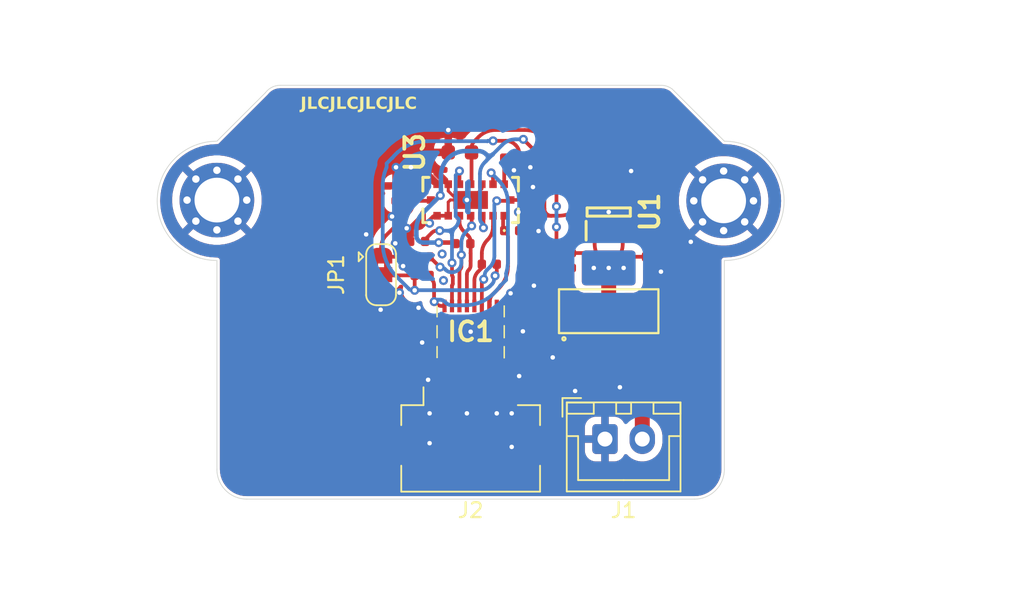
<source format=kicad_pcb>
(kicad_pcb (version 20241229) (generator "pcbnew") (generator_version "9.0")
  (layers (0 "F.Cu" signal) (4 "In1.Cu" signal) (6 "In2.Cu" signal) (2 "B.Cu" signal) (13 "F.Paste" user) (15 "B.Paste" user) (5 "F.SilkS" user "F.Silkscreen") (7 "B.SilkS" user "B.Silkscreen") (1 "F.Mask" user) (3 "B.Mask" user) (25 "Edge.Cuts" user))
  (net 0 "")
  (net 1 "GND")
  (net 2 "+1.8V")
  (net 3 "+3V3")
  (net 4 "+5V")
  (net 5 "+Logic_VIN")
  (net 6 "Net-(IC1-B7)")
  (net 7 "Net-(IC1-B6)")
  (net 8 "Net-(IC1-B4)")
  (net 9 "Net-(IC1-B2)")
  (net 10 "Net-(IC1-B5)")
  (net 11 "Net-(IC1-B3)")
  (net 12 "Net-(IC1-B8)")
  (net 13 "Net-(JP1-C)")
  (net 14 "/XSHUT_1.8V")
  (net 15 "/NCS_1.8V")
  (net 16 "/CLK_1.8V")
  (net 17 "/INT2_1.8V")
  (net 18 "/SYNC_1.8V")
  (net 19 "/MOSI_1.8V")
  (net 20 "/MISO_1.8V")
  (net 21 "Net-(U3-SPI_I2C_N)")
  (net 23 "unconnected-(IC1-B1-Pad20)")
  (footprint "PCM_JLCPCB:R_0402" (layer "F.Cu") (at 127.45 52.47 180)
    (property "Reference" "R9" (hide yes))
    (property "Value" "47kΩ" (hide yes))
  )
  (footprint "PCM_JLCPCB:C_0402" (layer "F.Cu") (at 144.25 59 90)
    (property "Reference" "C1" (hide yes))
    (property "Value" "1uF")
  )
  (footprint "PCM_JLCPCB:R_0402" (layer "F.Cu") (at 130.48 52.62)
    (property "Reference" "R1" (hide yes))
    (property "Value" "2.2kΩ" (hide yes))
  )
  (footprint "SwiftModules:SN74LVC541ARGYR" (layer "F.Cu") (at 131 58.525 180)
    (property "Reference" "IC1")
    (property "Value" "TXB0108RGYR" (hide yes))
  )
  (footprint "Connector_JST:JST_XH_B2B-XH-A_1x02_P2.50mm_Vertical" (layer "F.Cu") (at 140 65.725)
    (property "Reference" "J1")
    (property "Value" "5V_In")
  )
  (footprint "PCM_JLCPCB:R_0402" (layer "F.Cu") (at 127.75 53.5)
    (property "Reference" "R2" (hide yes))
    (property "Value" "2.2kΩ" (hide yes))
  )
  (footprint "Jumper:SolderJumper-3_P1.3mm_Bridged2Bar12_RoundedPad1.0x1.5mm" (layer "F.Cu") (at 125 54.7 -90)
    (property "Reference" "JP1")
    (property "Value" "SolderJumper_3_Bridged12")
  )
  (footprint "PCM_JLCPCB:R_0402" (layer "F.Cu") (at 127.75 54.75)
    (property "Reference" "R5" (hide yes))
    (property "Value" "47kΩ" (hide yes))
  )
  (footprint "SwiftModules:SOT94P279X130-5N" (layer "F.Cu") (at 140.25 50.5 90)
    (property "Reference" "U1")
    (property "Value" "RT9013-18GB" (hide yes))
  )
  (footprint "PCM_JLCPCB:C_0402" (layer "F.Cu") (at 126 49.25 90)
    (property "Reference" "C7" (hide yes))
    (property "Value" "100nF")
  )
  (footprint "PCM_JLCPCB:C_0402" (layer "F.Cu") (at 126.750002 58.5 90)
    (property "Reference" "C9" (hide yes))
    (property "Value" "100nF")
  )
  (footprint "PCM_JLCPCB:C_0603" (layer "F.Cu") (at 130.279999 46.5 180)
    (property "Reference" "C6" (hide yes))
    (property "Value" "4.7uF")
  )
  (footprint "PCM_JLCPCB:SOT-223-3_L6.5-W3.4-P2.30-LS7.0-BR" (layer "F.Cu") (at 140.250001 57.25 -90)
    (property "Reference" "U2" (hide yes))
    (property "Value" "AMS1117")
  )
  (footprint "PCM_JLCPCB:C_0402" (layer "F.Cu") (at 140 47.75)
    (property "Reference" "C5" (hide yes))
    (property "Value" "1uF")
  )
  (footprint "PCM_JLCPCB:R_0402" (layer "F.Cu") (at 134.999999 50.25 90)
    (property "Reference" "R8" (hide yes))
    (property "Value" "47kΩ" (hide yes))
  )
  (footprint "PCM_JLCPCB:C_0603" (layer "F.Cu") (at 143.75 52.5)
    (property "Reference" "C3" (hide yes))
    (property "Value" "10uF")
  )
  (footprint "PCM_JLCPCB:C_0402" (layer "F.Cu") (at 127.1 49.25 90)
    (property "Reference" "C8" (hide yes))
    (property "Value" "100nF")
  )
  (footprint "PCM_JLCPCB:C_0402" (layer "F.Cu") (at 137.75 53.75 -90)
    (property "Reference" "C2" (hide yes))
    (property "Value" "1uF")
  )
  (footprint "PCM_JLCPCB:C_0402" (layer "F.Cu") (at 135.25 60.25 -90)
    (property "Reference" "C10" (hide yes))
    (property "Value" "100nF")
  )
  (footprint "PCM_JLCPCB:R_0402" (layer "F.Cu") (at 133.750001 46.884 180)
    (property "Reference" "R4" (hide yes))
    (property "Value" "47kΩ" (hide yes))
  )
  (footprint "PCM_JLCPCB:R_0402" (layer "F.Cu") (at 133.75 51.75 180)
    (property "Reference" "R7" (hide yes))
    (property "Value" "47kΩ" (hide yes))
  )
  (footprint "PCM_JLCPCB:Hole, 3mm" (layer "F.Cu") (at 114 49.7)
    (property "Reference" "H2" (hide yes))
    (property "Value" "~" (hide yes))
  )
  (footprint "PCM_JLCPCB:Part_Num_JLCPCB" (layer "F.Cu") (at 123.5 43.25)
    (property "Reference" "PN1" (hide yes))
    (property "Value" "~" (hide yes))
  )
  (footprint "SwiftModules:VL53L8CXV0GC1" (layer "F.Cu") (at 131 49.692 90)
    (property "Reference" "U3")
    (property "Value" "VL53L8CXV0GC_1" (hide yes))
  )
  (footprint "PCM_JLCPCB:R_0402" (layer "F.Cu") (at 132.25 54 180)
    (property "Reference" "R3" (hide yes))
    (property "Value" "47kΩ" (hide yes))
  )
  (footprint "PCM_JLCPCB:C_0402" (layer "F.Cu") (at 143.25 53.5)
    (property "Reference" "C4" (hide yes))
    (property "Value" "100nF")
  )
  (footprint "PCM_JLCPCB:Hole, 3mm" (layer "F.Cu") (at 147.95 49.75)
    (property "Reference" "H1" (hide yes))
    (property "Value" "~" (hide yes))
  )
  (footprint "Connector_FFC-FPC:Hirose_FH12-12S-0.5SH_1x12-1MP_P0.50mm_Horizontal" (layer "F.Cu") (at 131 64.75)
    (property "Reference" "J2")
    (property "Value" "Conn_01x12_MountingPin")
  )
  (gr_arc (start 143.75 42) (mid 144.145285 42.064146) (end 144.5 42.25) (stroke (width 0.05)) (layer "Edge.Cuts"))
  (gr_arc (start 148 67.75) (mid 147.414214 69.164214) (end 146 69.75) (stroke (width 0.05)) (layer "Edge.Cuts"))
  (gr_line (start 114 53.75) (end 114 67.75) (stroke (width 0.05)) (layer "Edge.Cuts"))
  (gr_line (start 146 69.75) (end 116 69.75) (stroke (width 0.05)) (layer "Edge.Cuts"))
  (gr_arc (start 148 45.75) (mid 152 49.75) (end 148 53.75) (stroke (width 0.05)) (layer "Edge.Cuts"))
  (gr_line (start 148 45.75) (end 144.5 42.25) (stroke (width 0.05)) (layer "Edge.Cuts"))
  (gr_arc (start 117.25 42.5) (mid 117.690983 42.131966) (end 118.25 42) (stroke (width 0.05)) (layer "Edge.Cuts"))
  (gr_line (start 148 53.75) (end 148 67.75) (stroke (width 0.05)) (layer "Edge.Cuts"))
  (gr_arc (start 114 53.75) (mid 110 49.75) (end 114 45.75) (stroke (width 0.05)) (layer "Edge.Cuts"))
  (gr_line (start 114 45.75) (end 117.250001 42.499999) (stroke (width 0.05)) (layer "Edge.Cuts"))
  (gr_line (start 118.25 42) (end 143.75 42) (stroke (width 0.05)) (layer "Edge.Cuts"))
  (gr_arc (start 116 69.75) (mid 114.585786 69.164214) (end 114 67.75) (stroke (width 0.05)) (layer "Edge.Cuts"))
  (segment (start 134.25 61.5) (end 134 61.75) (width 0.2) (layer "F.Cu") (net 1))
  (segment (start 129.642 49.692) (end 129.5 49.834) (width 0.2) (layer "F.Cu") (net 1))
  (segment (start 129.5 49.0915) (end 130.1005 49.692) (width 0.2) (layer "F.Cu") (net 1))
  (segment (start 133.841161 61.758838) (end 133.8 61.8) (width 0.2) (layer "F.Cu") (net 1))
  (segment (start 133.75 61.92071) (end 133.75 62.9) (width 0.2) (layer "F.Cu") (net 1))
  (segment (start 132.75 64) (end 132.75 62.9) (width 0.25) (layer "F.Cu") (net 1))
  (segment (start 128.858058 50.75) (end 129.5 50.75) (width 0.25) (layer "F.Cu") (net 1))
  (segment (start 128.25 64) (end 128.25 62.9) (width 0.2) (layer "F.Cu") (net 1))
  (segment (start 131 49.692) (end 129.642 49.692) (width 0.2) (layer "F.Cu") (net 1))
  (segment (start 140.25 51.75) (end 140.25 50.5) (width 0.2) (layer "F.Cu") (net 1))
  (segment (start 131.75 48.942) (end 131 49.692) (width 0.2) (layer "F.Cu") (net 1))
  (segment (start 134 61.75) (end 133.8625 61.75) (width 0.2) (layer "F.Cu") (net 1))
  (segment (start 133.75 64) (end 133.75 62.9) (width 0.2) (layer "F.Cu") (net 1))
  (segment (start 129.5 49.834) (end 129.5 50.75) (width 0.2) (layer "F.Cu") (net 1))
  (segment (start 128.641942 50.75) (end 128.858058 50.75) (width 0.25) (layer "F.Cu") (net 1))
  (segment (start 130.75 49.692) (end 131 49.692) (width 0.2) (layer "F.Cu") (net 1))
  (segment (start 130.1005 49.692) (end 130.75 49.692) (width 0.2) (layer "F.Cu") (net 1))
  (segment (start 131.75 48.634) (end 131.75 48.942) (width 0.2) (layer "F.Cu") (net 1))
  (segment (start 129.5 48.634) (end 129.5 49.0915) (width 0.2) (layer "F.Cu") (net 1))
  (segment (start 128.2 61.8) (end 128.15 61.75) (width 0.2) (layer "F.Cu") (net 1))
  (segment (start 133.8625 61.75) (end 133.841161 61.758838) (width 0.2) (layer "F.Cu") (net 1))
  (segment (start 128.25 51.25) (end 128.25 51.033883) (width 0.25) (layer "F.Cu") (net 1))
  (segment (start 130.75 64) (end 130.75 62.9) (width 0.2) (layer "F.Cu") (net 1))
  (segment (start 128.25 61.92071) (end 128.25 62.9) (width 0.2) (layer "F.Cu") (net 1))
  (segment (start 128.25 51.033883) (end 128.457475 50.826408) (width 0.25) (layer "F.Cu") (net 1))
  (via (at 133.675 55.95) (size 0.6) (drill 0.3) (layers "F.Cu" "B.Cu") (net 1))
  (via (at 128.25 51.25) (size 0.6) (drill 0.3) (layers "F.Cu" "B.Cu") (net 1))
  (via (at 126.475 54.125) (size 0.6) (drill 0.3) (layers "F.Cu" "B.Cu") (net 1))
  (via (at 136.5 60.25) (size 0.6) (drill 0.3) (layers "F.Cu" "B.Cu") (net 1))
  (via (at 125.735 50.8) (size 0.6) (drill 0.3) (layers "F.Cu" "B.Cu") (net 1))
  (via (at 132.75 64) (size 0.6) (drill 0.3) (layers "F.Cu" "B.Cu") (net 1))
  (via (at 135.23916 55.43885) (size 0.6) (drill 0.3) (layers "F.Cu" "B.Cu") (net 1))
  (via (at 130.75 64) (size 0.6) (drill 0.3) (layers "F.Cu" "B.Cu") (net 1))
  (via (at 128.15 61.75) (size 0.6) (drill 0.3) (layers "F.Cu" "B.Cu") (net 1))
  (via (at 129.5 45) (size 0.6) (drill 0.3) (layers "F.Cu" "B.Cu") (net 1))
  (via (at 141.75 47.75) (size 0.6) (drill 0.3) (layers "F.Cu" "B.Cu") (net 1))
  (via (at 124 52) (size 0.6) (drill 0.3) (layers "F.Cu" "B.Cu") (net 1))
  (via (at 134.25 61.5) (size 0.6) (drill 0.3) (layers "F.Cu" "B.Cu") (net 1))
  (via (at 135.55 51.775) (size 0.6) (drill 0.3) (layers "F.Cu" "B.Cu") (net 1))
  (via (at 135.175 48.825) (size 0.6) (drill 0.3) (layers "F.Cu" "B.Cu") (net 1))
  (via (at 127.75 59.25) (size 0.6) (drill 0.3) (layers "F.Cu" "B.Cu") (net 1))
  (via (at 127 47.5) (size 0.6) (drill 0.3) (layers "F.Cu" "B.Cu") (net 1))
  (via (at 138 62.5) (size 0.6) (drill 0.3) (layers "F.Cu" "B.Cu") (net 1))
  (via (at 133.9 47.7) (size 0.6) (drill 0.3) (layers "F.Cu" "B.Cu") (net 1))
  (via (at 126.715942 51.588239) (size 0.6) (drill 0.3) (layers "F.Cu" "B.Cu") (net 1))
  (via (at 130.75 49.692) (size 0.6) (drill 0.3) (layers "F.Cu" "B.Cu") (net 1))
  (via (at 126 47.5) (size 0.6) (drill 0.3) (layers "F.Cu" "B.Cu") (net 1))
  (via (at 128.25 64) (size 0.6) (drill 0.3) (layers "F.Cu" "B.Cu") (net 1))
  (via (at 126.23 55.91) (size 0.6) (drill 0.3) (layers "F.Cu" "B.Cu") (net 1))
  (via (at 133.75 66.25) (size 0.6) (drill 0.3) (layers "F.Cu" "B.Cu") (net 1))
  (via (at 134.199368 50.499876) (size 0.6) (drill 0.3) (layers "F.Cu" "B.Cu") (net 1))
  (via (at 141 62.25) (size 0.6) (drill 0.3) (layers "F.Cu" "B.Cu") (net 1))
  (via (at 128.25 66) (size 0.6) (drill 0.3) (layers "F.Cu" "B.Cu") (net 1))
  (via (at 124.97 57.05) (size 0.6) (drill 0.3) (layers "F.Cu" "B.Cu") (net 1))
  (via (at 143.75 54.5) (size 0.6) (drill 0.3) (layers "F.Cu" "B.Cu") (net 1))
  (via (at 145.75 52.5) (size 0.6) (drill 0.3) (layers "F.Cu" "B.Cu") (net 1))
  (via (at 134.5 58.5) (size 0.6) (drill 0.3) (layers "F.Cu" "B.Cu") (net 1))
  (via (at 127.51 56.92) (size 0.6) (drill 0.3) (layers "F.Cu" "B.Cu") (net 1))
  (via (at 125.95 52.6) (size 0.6) (drill 0.3) (layers "F.Cu" "B.Cu") (net 1))
  (via (at 133.75 64) (size 0.6) (drill 0.3) (layers "F.Cu" "B.Cu") (net 1))
  (via (at 131 58.525) (size 0.6) (drill 0.3) (layers "F.Cu" "B.Cu") (net 1))
  (via (at 129.090936 53.313896) (size 0.6) (drill 0.3) (layers "F.Cu" "B.Cu") (net 1))
  (via (at 129.18 55.09) (size 0.6) (drill 0.3) (layers "F.Cu" "B.Cu") (net 1))
  (via (at 135 47.5) (size 0.6) (drill 0.3) (layers "F.Cu" "B.Cu") (net 1))
  (via (at 140.25 50.5) (size 0.6) (drill 0.3) (layers "F.Cu" "B.Cu") (net 1))
  (arc (start 133.8 61.8) (mid 133.762994 61.855382) (end 133.75 61.92071) (width 0.2) (layer "F.Cu") (net 1))
  (arc (start 128.2 61.8) (mid 128.237005 61.855382) (end 128.25 61.92071) (width 0.2) (layer "F.Cu") (net 1))
  (arc (start 128.457475 50.826408) (mid 128.542109 50.769857) (end 128.641942 50.75) (width 0.25) (layer "F.Cu") (net 1))
  (segment (start 126.750004 58) (end 125.383883 58) (width 0.25) (layer "F.Cu") (net 2))
  (segment (start 126.905542 50.494456) (end 126.368176 51.031823) (width 0.25) (layer "F.Cu") (net 2))
  (segment (start 128.6625 57.8875) (end 128.775 57.775) (width 0.25) (layer "F.Cu") (net 2))
  (segment (start 128.862634 52.547161) (end 129.653732 52.547161) (width 0.3) (layer "F.Cu") (net 2))
  (segment (start 125.966823 51.433176) (end 125.353553 52.046446) (width 0.25) (layer "F.Cu") (net 2))
  (segment (start 134.53 45.625) (end 135.235 46.33) (width 0.25) (layer "F.Cu") (net 2))
  (segment (start 134.525 55.605025) (end 134.525 52.219452) (width 0.25) (layer "F.Cu") (net 2))
  (segment (start 123.25 55.866116) (end 123.25 54.85104) (width 0.25) (layer "F.Cu") (net 2))
  (segment (start 135.94 50.28) (end 135.94 48.03202) (width 0.25) (layer "F.Cu") (net 2))
  (segment (start 123.674999 53.824999) (end 123.781801 53.718198) (width 0.25) (layer "F.Cu") (net 2))
  (segment (start 131.857218 51.557431) (end 131.857218 50.933032) (width 0.25) (layer "F.Cu") (net 2))
  (segment (start 131.803609 50.803609) (end 131.75 50.75) (width 0.25) (layer "F.Cu") (net 2))
  (segment (start 139.5 48.925649) (end 139.5 47.75) (width 0.25) (layer "F.Cu") (net 2))
  (segment (start 127.099998 49.75) (end 125.999998 49.75) (width 0.25) (layer "F.Cu") (net 2))
  (segment (start 127.099998 50.025001) (end 127.099998 49.75) (width 0.25) (layer "F.Cu") (net 2))
  (segment (start 128.966409 49.391502) (end 128.616669 49.741241) (width 0.3) (layer "F.Cu") (net 2))
  (segment (start 136.41 50.75) (end 136.875 50.75) (width 0.25) (layer "F.Cu") (net 2))
  (segment (start 134.338387 51.838385) (end 134.3875 51.887498) (width 0.25) (layer "F.Cu") (net 2))
  (segment (start 126.001474 51.418823) (end 126.353823 51.066474) (width 0.25) (layer "F.Cu") (net 2))
  (segment (start 127.099998 49.75) (end 128.232987 49.75) (width 0.25) (layer "F.Cu") (net 2))
  (segment (start 125 53.329289) (end 125 52.9) (width 0.25) (layer "F.Cu") (net 2))
  (segment (start 139.214999 49.344999) (end 138.471144 50.088855) (width 0.25) (layer "F.Cu") (net 2))
  (segment (start 135 50.75) (end 135.47 50.75) (width 0.25) (layer "F.Cu") (net 2))
  (segment (start 129.89858 52.64858) (end 130 52.75) (width 0.3) (layer "F.Cu") (net 2))
  (segment (start 139.405 49.155) (end 139.214999 49.344999) (width 0.25) (layer "F.Cu") (net 2))
  (segment (start 126.750004 58) (end 128.3909 58) (width 0.25) (layer "F.Cu") (net 2))
  (segment (start 133.330025 56.8) (end 132.75 56.8) (width 0.25) (layer "F.Cu") (net 2))
  (segment (start 125.17071 53.5) (end 127.25 53.5) (width 0.25) (layer "F.Cu") (net 2))
  (segment (start 136.41 50.75) (end 135.47 50.75) (width 0.25) (layer "F.Cu") (net 2))
  (segment (start 124.929289 53.4) (end 124.55 53.4) (width 0.25) (layer "F.Cu") (net 2))
  (segment (start 128.381241 49.741241) (end 128.361 49.721) (width 0.3) (layer "F.Cu") (net 2))
  (segment (start 134.338387 51.411612) (end 135 50.75) (width 0.25) (layer "F.Cu") (net 2))
  (via (at 134.53 45.625) (size 0.6) (drill 0.3) (layers "F.Cu" "B.Cu") (net 2))
  (via (at 128.862634 52.547161) (size 0.6) (drill 0.3) (layers "F.Cu" "B.Cu") (net 2))
  (via (at 128.966409 49.391502) (size 0.6) (drill 0.3) (layers "F.Cu" "B.Cu") (net 2))
  (via (at 131.857218 51.557431) (size 0.6) (drill 0.3) (layers "F.Cu" "B.Cu") (net 2))
  (arc (start 123.674999 53.824999) (mid 123.360453 54.295751) (end 123.25 54.85104) (width 0.25) (layer "F.Cu") (net 2))
  (arc (start 125.05 53.45) (mid 125.105382 53.487005) (end 125.17071 53.5) (width 0.25) (layer "F.Cu") (net 2))
  (arc (start 128.381241 49.741241) (mid 128.435248 49.777327) (end 128.498955 49.79) (width 0.3) (layer "F.Cu") (net 2))
  (arc (start 134.175 56.45) (mid 133.787322 56.709037) (end 133.330025 56.8) (width 0.25) (layer "F.Cu") (net 2))
  (arc (start 125 53.329289) (mid 125.012994 53.394617) (end 125.05 53.45) (width 0.25) (layer "F.Cu") (net 2))
  (arc (start 128.303 49.721) (mid 128.270877 49.742463) (end 128.232987 49.75) (width 0.25) (layer "F.Cu") (net 2))
  (arc (start 127.099998 50.025001) (mid 127.04946 50.279068) (end 126.905542 50.494456) (width 0.25) (layer "F.Cu") (net 2))
  (arc (start 134.525 55.605025) (mid 134.434037 56.062322) (end 134.175 56.45) (width 0.25) (layer "F.Cu") (net 2))
  (arc (start 134.25 51.624999) (mid 134.272971 51.740482) (end 134.338387 51.838385) (width 0.25) (layer "F.Cu") (net 2))
  (arc (start 124.929289 53.4) (mid 124.979289 53.379289) (end 125 53.329289) (width 0.25) (layer "F.Cu") (net 2))
  (arc (start 124.55 53.4) (mid 124.134253 53.482696) (end 123.781801 53.718198) (width 0.25) (layer "F.Cu") (net 2))
  (arc (start 135.235 46.33) (mid 135.756776 47.110893) (end 135.94 48.03202) (width 0.25) (layer "F.Cu") (net 2))
  (arc (start 135.47 50.75) (mid 135.80234 50.61234) (end 135.94 50.28) (width 0.25) (layer "F.Cu") (net 2))
  (arc (start 129.89858 52.64858) (mid 129.786242 52.573518) (end 129.653732 52.547161) (width 0.3) (layer "F.Cu") (net 2))
  (arc (start 125.353553 52.046446) (mid 125.091885 52.43806) (end 125 52.9) (width 0.25) (layer "F.Cu") (net 2))
  (arc (start 139.5 48.925649) (mid 139.47531 49.049773) (end 139.405 49.155) (width 0.25) (layer "F.Cu") (net 2))
  (arc (start 138.471144 50.088855) (mid 137.738827 50.578174) (end 136.875 50.75) (width 0.25) (layer "F.Cu") (net 2))
  (arc (start 125.984149 51.426) (mid 125.974772 51.427864) (end 125.966823 51.433176) (width 0.25) (layer "F.Cu") (net 2))
  (arc (start 123.25 55.866116) (mid 123.412432 56.682718) (end 123.875 57.375) (width 0.25) (layer "F.Cu") (net 2))
  (arc (start 123.875 57.375) (mid 124.567281 57.837567) (end 125.383883 58) (width 0.25) (layer "F.Cu") (net 2))
  (arc (start 134.3875 51.887498) (mid 134.489264 52.039799) (end 134.525 52.219452) (width 0.25) (layer "F.Cu") (net 2))
  (arc (start 126.001474 51.418823) (mid 125.993525 51.424134) (end 125.984149 51.426) (width 0.25) (layer "F.Cu") (net 2))
  (arc (start 125.05 53.45) (mid 124.994617 53.412994) (end 124.929289 53.4) (width 0.25) (layer "F.Cu") (net 2))
  (arc (start 128.6625 57.8875) (mid 128.537889 57.970762) (end 128.3909 58) (width 0.25) (layer "F.Cu") (net 2))
  (arc (start 128.361 49.721) (mid 128.332 49.708987) (end 128.303 49.721) (width 0.3) (layer "F.Cu") (net 2))
  (arc (start 126.368176 51.031823) (mid 126.362864 51.039772) (end 126.361 51.049149) (width 0.25) (layer "F.Cu") (net 2))
  (arc (start 126.361 51.049149) (mid 126.359134 51.058525) (end 126.353823 51.066474) (width 0.25) (layer "F.Cu") (net 2))
  (arc (start 128.616669 49.741241) (mid 128.562661 49.777327) (end 128.498955 49.79) (width 0.3) (layer "F.Cu") (net 2))
  (arc (start 135.94 50.28) (mid 136.077659 50.61234) (end 136.41 50.75) (width 0.25) (layer "F.Cu") (net 2))
  (arc (start 134.338387 51.411612) (mid 134.272971 51.509514) (end 134.25 51.624999) (width 0.25) (layer "F.Cu") (net 2))
  (arc (start 131.803609 50.803609) (mid 131.843285 50.862988) (end 131.857218 50.933032) (width 0.25) (layer "F.Cu") (net 2))
  (segment (start 132.483526 46.631175) (end 132.041175 47.073526) (width 0.25) (layer "B.Cu") (net 2))
  (segment (start 131.624 50.939907) (end 131.624 47.942084) (width 0.25) (layer "B.Cu") (net 2))
  (segment (start 127.818014 50.545215) (end 128.571349 49.79188) (width 0.3) (layer "B.Cu") (net 2))
  (segment (start 127.365942 51.636615) (end 127.365942 52.084161) (width 0.3) (layer "B.Cu") (net 2))
  (segment (start 131.857218 51.557431) (end 131.857218 51.447733) (width 0.25) (layer "B.Cu") (net 2))
  (segment (start 129.01 48.065893) (end 129.01 49.317087) (width 0.3) (layer "B.Cu") (net 2))
  (segment (start 128.57511 49.7828) (end 128.966409 49.391502) (width 0.3) (layer "B.Cu") (net 2))
  (segment (start 128.862634 52.547161) (end 127.828941 52.547161) (width 0.3) (layer "B.Cu") (net 2))
  (segment (start 134.53 45.625) (end 134.009851 45.625) (width 0.25) (layer "B.Cu") (net 2))
  (segment (start 132.483526 46.631175) (end 133.121901 45.9928) (width 0.25) (layer "B.Cu") (net 2))
  (segment (start 131.77965 51.260468) (end 131.740609 51.221427) (width 0.25) (layer "B.Cu") (net 2))
  (segment (start 128.988204 49.369706) (end 128.966409 49.391502) (width 0.3) (layer "B.Cu") (net 2))
  (segment (start 131.943175 47.171526) (end 132.041175 47.073526) (width 0.25) (layer "B.Cu") (net 2))
  (segment (start 131.50721 46.41) (end 130.665893 46.41) (width 0.3) (layer "B.Cu") (net 2))
  (arc (start 132.041175 47.073526) (mid 132.132789 46.85235) (end 132.041175 46.631175) (width 0.25) (layer "B.Cu") (net 2))
  (arc (start 131.740609 51.221427) (mid 131.654305 51.092264) (end 131.624 50.939907) (width 0.25) (layer "B.Cu") (net 2))
  (arc (start 128.57511 49.7828) (mid 128.573718 49.784883) (end 128.57323 49.78734) (width 0.3) (layer "B.Cu") (net 2))
  (arc (start 127.365942 52.084161) (mid 127.401185 52.261343) (end 127.501551 52.411551) (width 0.3) (layer "B.Cu") (net 2))
  (arc (start 134.009851 45.625) (mid 133.529295 45.720588) (end 133.121901 45.9928) (width 0.25) (layer "B.Cu") (net 2))
  (arc (start 132.041175 46.631175) (mid 131.79619 46.467481) (end 131.50721 46.41) (width 0.3) (layer "B.Cu") (net 2))
  (arc (start 127.818014 50.545215) (mid 127.483431 51.045953) (end 127.365942 51.636615) (width 0.3) (layer "B.Cu") (net 2))
  (arc (start 129.495 46.895) (mid 129.136047 47.43221) (end 129.01 48.065893) (width 0.3) (layer "B.Cu") (net 2))
  (arc (start 131.857218 51.447733) (mid 131.837058 51.346386) (end 131.77965 51.260468) (width 0.25) (layer "B.Cu") (net 2))
  (arc (start 129.01 49.317087) (mid 129.004335 49.345564) (end 128.988204 49.369706) (width 0.3) (layer "B.Cu") (net 2))
  (arc (start 130.665893 46.41) (mid 130.03221 46.536047) (end 129.495 46.895) (width 0.3) (layer "B.Cu") (net 2))
  (arc (start 131.624 47.942084) (mid 131.70695 47.525061) (end 131.943175 47.171526) (width 0.25) (layer "B.Cu") (net 2))
  (arc (start 127.501551 52.411551) (mid 127.651759 52.511917) (end 127.828941 52.547161) (width 0.3) (layer "B.Cu") (net 2))
  (arc (start 128.57323 49.78734) (mid 128.572741 49.789797) (end 128.571349 49.79188) (width 0.3) (layer "B.Cu") (net 2))
  (arc (start 132.041175 46.631175) (mid 132.26235 46.722789) (end 132.483526 46.631175) (width 0.3) (layer "B.Cu") (net 2))
  (segment (start 140.250001 54.25) (end 139.78 53.779999) (width 0.25) (layer "F.Cu") (net 3))
  (segment (start 131.529998 45.47) (end 131.257987 45.742012) (width 0.25) (layer "F.Cu") (net 3))
  (segment (start 137.500001 53.25) (end 137.750002 53.25) (width 0.25) (layer "F.Cu") (net 3))
  (segment (start 134.616116 45) (end 132.664681 45) (width 0.25) (layer "F.Cu") (net 3))
  (segment (start 136.75 50.125) (end 136.75 47.133883) (width 0.25) (layer "F.Cu") (net 3))
  (segment (start 131.059998 46.220001) (end 131.059998 46.5) (width 0.25) (layer "F.Cu") (net 3))
  (segment (start 142.86 52.61) (end 142.970001 52.5) (width 0.25) (layer "F.Cu") (net 3))
  (segment (start 142.75 52.875565) (end 142.75 53.500002) (width 0.25) (layer "F.Cu") (net 3))
  (segment (start 131.029999 48.604001) (end 131 48.634) (width 0.25) (layer "F.Cu") (net 3))
  (segment (start 138.542894 53.25) (end 137.750002 53.25) (width 0.25) (layer "F.Cu") (net 3))
  (segment (start 141.19 52.645321) (end 141.19 51.75) (width 0.25) (layer "F.Cu") (net 3))
  (segment (start 139.750001 53.75) (end 140.250001 54.25) (width 0.25) (layer "F.Cu") (net 3))
  (segment (start 136.75 52.396446) (end 136.75 51.5) (width 0.25) (layer "F.Cu") (net 3))
  (segment (start 131.059998 48.531577) (end 131.059998 46.5) (width 0.25) (layer "F.Cu") (net 3))
  (segment (start 141.530327 53.500002) (end 142.75 53.500002) (width 0.25) (layer "F.Cu") (net 3))
  (segment (start 140.250001 54.25) (end 140.72 53.78) (width 0.25) (layer "F.Cu") (net 3))
  (segment (start 139.31 52.645317) (end 139.31 51.75) (width 0.25) (layer "F.Cu") (net 3))
  (segment (start 137 53) (end 137.073222 53.073222) (width 0.25) (layer "F.Cu") (net 3))
  (segment (start 140.250001 54.25) (end 140.250002 60.22) (width 1) (layer "F.Cu") (net 3))
  (segment (start 140.250001 54.25) (end 140.625 53.875001) (width 0.25) (layer "F.Cu") (net 3))
  (via (at 136.75 51.5) (size 0.6) (drill 0.3) (layers "F.Cu" "B.Cu") (net 3))
  (via (at 136.75 50.125) (size 0.6) (drill 0.3) (layers "F.Cu" "B.Cu") (net 3))
  (arc (start 142.86 52.61) (mid 142.778588 52.731842) (end 142.75 52.875565) (width 0.25) (layer "F.Cu") (net 3))
  (arc (start 139.750001 53.75) (mid 139.196175 53.379945) (end 138.542894 53.25) (width 0.25) (layer "F.Cu") (net 3))
  (arc (start 139.31 52.645317) (mid 139.432149 53.259402) (end 139.78 53.779999) (width 0.25) (layer "F.Cu") (net 3))
  (arc (start 136.125 45.625) (mid 135.432718 45.162432) (end 134.616116 45) (width 0.25) (layer "F.Cu") (net 3))
  (arc (start 132.664681 45) (mid 132.050595 45.122149) (end 131.529998 45.47) (width 0.25) (layer "F.Cu") (net 3))
  (arc (start 136.125 45.625) (mid 136.587567 46.317281) (end 136.75 47.133883) (width 0.25) (layer "F.Cu") (net 3))
  (arc (start 141.530327 53.500002) (mid 141.040367 53.597461) (end 140.625 53.875001) (width 0.25) (layer "F.Cu") (net 3))
  (arc (start 141.19 52.645321) (mid 141.06785 53.259405) (end 140.72 53.78) (width 0.25) (layer "F.Cu") (net 3))
  (arc (start 131.059998 48.531577) (mid 131.052201 48.570772) (end 131.029999 48.604001) (width 0.25) (layer "F.Cu") (net 3))
  (arc (start 137.073222 53.073222) (mid 137.26903 53.204056) (end 137.500001 53.25) (width 0.25) (layer "F.Cu") (net 3))
  (arc (start 136.75 52.396446) (mid 136.814972 52.723087) (end 137 53) (width 0.25) (layer "F.Cu") (net 3))
  (arc (start 131.257987 45.742012) (mid 131.111453 45.961315) (end 131.059998 46.220001) (width 0.25) (layer "F.Cu") (net 3))
  (segment (start 136.75 51.5) (end 136.75 50.125) (width 0.25) (layer "B.Cu") (net 3))
  (segment (start 143.76 59.5) (end 144.249999 59.5) (width 1) (layer "F.Cu") (net 4))
  (segment (start 142.574999 60.195001) (end 142.92352 59.846481) (width 1) (layer "F.Cu") (net 4))
  (segment (start 142.574999 60.195001) (end 142.525 60.245002) (width 1) (layer "F.Cu") (net 4))
  (segment (start 142.5 60.305357) (end 142.5 65.725) (width 1) (layer "F.Cu") (net 4))
  (arc (start 142.525 60.245002) (mid 142.506497 60.272693) (end 142.5 60.305357) (width 1) (layer "F.Cu") (net 4))
  (arc (start 143.76 59.5) (mid 143.3073 59.590047) (end 142.92352 59.846481) (width 1) (layer "F.Cu") (net 4))
  (segment (start 134.103553 60.75) (end 135.249998 60.75) (width 0.3) (layer "F.Cu") (net 5))
  (segment (start 132.926776 60.926776) (end 133 61) (width 0.25) (layer "F.Cu") (net 5))
  (segment (start 132.75 60.5) (end 132.75 60.25) (width 0.25) (layer "F.Cu") (net 5))
  (segment (start 133.25 61.603553) (end 133.25 62.9) (width 0.25) (layer "F.Cu") (net 5))
  (arc (start 134.103553 60.75) (mid 133.776912 60.814972) (end 133.5 61) (width 0.3) (layer "F.Cu") (net 5))
  (arc (start 132.75 60.5) (mid 132.795942 60.730969) (end 132.926776 60.926776) (width 0.25) (layer "F.Cu") (net 5))
  (arc (start 133 61) (mid 133.25 61.103553) (end 133.5 61) (width 0.25) (layer "F.Cu") (net 5))
  (arc (start 133.5 61) (mid 133.314972 61.276912) (end 133.25 61.603553) (width 0.3) (layer "F.Cu") (net 5))
  (arc (start 133.25 61.603553) (mid 133.185027 61.276912) (end 133 61) (width 0.25) (layer "F.Cu") (net 5))
  (segment (start 129.514179 61.15282) (end 129.5 61.167) (width 0.2) (layer "F.Cu") (net 6))
  (segment (start 129.25 61.770553) (end 129.25 62.9) (width 0.2) (layer "F.Cu") (net 6))
  (segment (start 129.75 60.5835) (end 129.75 60.25) (width 0.2) (layer "F.Cu") (net 6))
  (arc (start 129.75 60.5835) (mid 129.688712 60.891613) (end 129.514179 61.15282) (width 0.2) (layer "F.Cu") (net 6))
  (arc (start 129.5 61.167) (mid 129.314972 61.443912) (end 129.25 61.770553) (width 0.2) (layer "F.Cu") (net 6))
  (segment (start 129.75 61.837653) (end 129.75 62.9) (width 0.2) (layer "F.Cu") (net 7))
  (segment (start 130.25 60.630546) (end 130.25 60.25) (width 0.2) (layer "F.Cu") (net 7))
  (arc (start 130.25 60.630546) (mid 130.185027 60.957187) (end 130 61.2341) (width 0.2) (layer "F.Cu") (net 7))
  (arc (start 130 61.2341) (mid 129.814972 61.511012) (end 129.75 61.837653) (width 0.2) (layer "F.Cu") (net 7))
  (segment (start 131.25 60.25) (end 131.25 62.9) (width 0.2) (layer "F.Cu") (net 8))
  (segment (start 132.25 60.25) (end 132.25 62.9) (width 0.2) (layer "F.Cu") (net 9))
  (segment (start 130.75 60.697646) (end 130.75 60.25) (width 0.2) (layer "F.Cu") (net 10))
  (segment (start 130.25 61.904753) (end 130.25 62.9) (width 0.2) (layer "F.Cu") (net 10))
  (arc (start 130.5 61.3012) (mid 130.314972 61.578112) (end 130.25 61.904753) (width 0.2) (layer "F.Cu") (net 10))
  (arc (start 130.75 60.697646) (mid 130.685027 61.024287) (end 130.5 61.3012) (width 0.2) (layer "F.Cu") (net 10))
  (segment (start 131.75 62.9) (end 131.75 60.25) (width 0.2) (layer "F.Cu") (net 11))
  (segment (start 128.75 61.103553) (end 128.75 62.9) (width 0.2) (layer "F.Cu") (net 12))
  (segment (start 129 60.5) (end 129.25 60.25) (width 0.2) (layer "F.Cu") (net 12))
  (arc (start 129 60.5) (mid 128.814972 60.776912) (end 128.75 61.103553) (width 0.2) (layer "F.Cu") (net 12))
  (segment (start 133.988471 45.988471) (end 134.025848 46.025848) (width 0.25) (layer "F.Cu") (net 13))
  (segment (start 127.25 54.75) (end 125.085355 54.75) (width 0.25) (layer "F.Cu") (net 13))
  (segment (start 132.660064 54.706051) (end 132.570129 54.795986) (width 0.25) (layer "F.Cu") (net 13))
  (segment (start 132.5 45.726942) (end 133.357083 45.726942) (width 0.25) (layer "F.Cu") (net 13))
  (segment (start 132.75 54.488928) (end 132.75 54.000002) (width 0.25) (layer "F.Cu") (net 13))
  (segment (start 127.25 54.75) (end 127.25 55.75) (width 0.25) (layer "F.Cu") (net 13))
  (segment (start 134.250001 46.567001) (end 134.250001 46.884001) (width 0.25) (layer "F.Cu") (net 13))
  (segment (start 125.025 54.725) (end 125 54.7) (width 0.25) (layer "F.Cu") (net 13))
  (via (at 127.25 55.75) (size 0.6) (drill 0.3) (layers "F.Cu" "B.Cu") (net 13))
  (via (at 132.5 45.726942) (size 0.6) (drill 0.3) (layers "F.Cu" "B.Cu") (net 13))
  (via (at 132.639932 54.774608) (size 0.6) (drill 0.3) (layers "F.Cu" "B.Cu") (net 13))
  (arc (start 125.025 54.725) (mid 125.052691 54.743502) (end 125.085355 54.75) (width 0.25) (layer "F.Cu") (net 13))
  (arc (start 134.025848 46.025848) (mid 134.191745 46.274131) (end 134.250001 46.567001) (width 0.25) (layer "F.Cu") (net 13))
  (arc (start 132.75 54.488928) (mid 132.726626 54.606434) (end 132.660064 54.706051) (width 0.25) (layer "F.Cu") (net 13))
  (arc (start 133.357083 45.726942) (mid 133.698787 45.794911) (end 133.988471 45.988471) (width 0.25) (layer "F.Cu") (net 13))
  (segment (start 132.5 45.726942) (end 132.156942 45.726942) (width 0.25) (layer "B.Cu") (net 13))
  (segment (start 127.265872 55.740702) (end 131.645476 55.740702) (width 0.25) (layer "B.Cu") (net 13))
  (segment (start 132.156942 45.726942) (end 132.145413 45.738471) (width 0.25) (layer "B.Cu") (net 13))
  (segment (start 126.857469 55.647469) (end 126.908613 55.693851) (width 0.25) (layer "B.Cu") (net 13))
  (segment (start 125.690368 54.420886) (end 125.911362 54.698005) (width 0.25) (layer "B.Cu") (net 13))
  (segment (start 132.145413 45.738471) (end 132.139659 45.743679) (width 0.25) (layer "B.Cu") (net 13))
  (segment (start 132.117579 45.75) (end 128.080365 45.75) (width 0.25) (layer "B.Cu") (net 13))
  (segment (start 125.11239 52.769076) (end 125.152071 53.121296) (width 0.25) (layer "B.Cu") (net 13))
  (segment (start 125.374 47.240702) (end 125.374 47.499576) (width 0.25) (layer "B.Cu") (net 13))
  (segment (start 125.11 48.720365) (end 125.11 52.591852) (width 0.25) (layer "B.Cu") (net 13))
  (segment (start 128.080365 45.75) (end 127.913685 45.752338) (width 0.25) (layer "B.Cu") (net 13))
  (segment (start 126.099523 46.503801) (end 125.98 46.62) (width 0.25) (layer "B.Cu") (net 13))
  (segment (start 125.11 52.591852) (end 125.11239 52.769076) (width 0.25) (layer "B.Cu") (net 13))
  (segment (start 125.23094 53.466859) (end 125.348004 53.801417) (width 0.25) (layer "B.Cu") (net 13))
  (segment (start 125.863791 46.739514) (end 125.756541 46.874) (width 0.25) (layer "B.Cu") (net 13))
  (segment (start 127.913685 45.752338) (end 127.58242 45.789666) (width 0.25) (layer "B.Cu") (net 13))
  (segment (start 132.427623 55.341558) (end 132.299304 55.469877) (width 0.25) (layer "B.Cu") (net 13))
  (segment (start 127.105 55.75) (end 127.25 55.75) (width 0.25) (layer "B.Cu") (net 13))
  (segment (start 125.740702 46.874) (end 125.374 47.240702) (width 0.25) (layer "B.Cu") (net 13))
  (segment (start 127.58242 45.789666) (end 127.257418 45.863849) (width 0.25) (layer "B.Cu") (net 13))
  (segment (start 125.98 46.62) (end 125.863791 46.739514) (width 0.25) (layer "B.Cu") (net 13))
  (segment (start 125.756541 46.874) (end 125.740702 46.874) (width 0.25) (layer "B.Cu") (net 13))
  (segment (start 127.25 55.75) (end 127.254649 55.745351) (width 0.25) (layer "B.Cu") (net 13))
  (segment (start 126.908613 55.693851) (end 127.036039 55.746627) (width 0.25) (layer "B.Cu") (net 13))
  (segment (start 125.112324 48.553684) (end 125.11 48.720365) (width 0.25) (layer "B.Cu") (net 13))
  (segment (start 125.501791 54.120765) (end 125.690368 54.420886) (width 0.25) (layer "B.Cu") (net 13))
  (segment (start 126.360155 46.295954) (end 126.099523 46.503801) (width 0.25) (layer "B.Cu") (net 13))
  (segment (start 125.223835 47.897414) (end 125.149652 48.222418) (width 0.25) (layer "B.Cu") (net 13))
  (segment (start 125.348004 53.801417) (end 125.501791 54.120765) (width 0.25) (layer "B.Cu") (net 13))
  (segment (start 126.942765 45.973953) (end 126.642419 46.118594) (width 0.25) (layer "B.Cu") (net 13))
  (segment (start 132.139659 45.743679) (end 132.125331 45.749601) (width 0.25) (layer "B.Cu") (net 13))
  (segment (start 132.125331 45.749601) (end 132.117579 45.75) (width 0.25) (layer "B.Cu") (net 13))
  (segment (start 125.374 47.499576) (end 125.33394 47.58276) (width 0.25) (layer "B.Cu") (net 13))
  (segment (start 132.570129 54.997519) (end 132.570129 54.795986) (width 0.25) (layer "B.Cu") (net 13))
  (segment (start 126.035 54.825) (end 126.857469 55.647469) (width 0.25) (layer "B.Cu") (net 13))
  (segment (start 125.911362 54.698005) (end 126.035 54.825) (width 0.25) (layer "B.Cu") (net 13))
  (segment (start 125.33394 47.58276) (end 125.223835 47.897414) (width 0.25) (layer "B.Cu") (net 13))
  (segment (start 125.152071 53.121296) (end 125.23094 53.466859) (width 0.25) (layer "B.Cu") (net 13))
  (segment (start 127.257418 45.863849) (end 126.942765 45.973953) (width 0.25) (layer "B.Cu") (net 13))
  (segment (start 125.149652 48.222418) (end 125.112324 48.553684) (width 0.25) (layer "B.Cu") (net 13))
  (segment (start 127.036039 55.746627) (end 127.105 55.75) (width 0.25) (layer "B.Cu") (net 13))
  (segment (start 126.642419 46.118594) (end 126.360155 46.295954) (width 0.25) (layer "B.Cu") (net 13))
  (arc (start 132.570129 54.997519) (mid 132.533092 55.183711) (end 132.427623 55.341558) (width 0.25) (layer "B.Cu") (net 13))
  (arc (start 132.299304 55.469877) (mid 131.999325 55.670316) (end 131.645476 55.740702) (width 0.25) (layer "B.Cu") (net 13))
  (arc (start 127.265872 55.740702) (mid 127.259798 55.74191) (end 127.254649 55.745351) (width 0.25) (layer "B.Cu") (net 13))
  (segment (start 132.5 51.469669) (end 132.5 50.75) (width 0.25) (layer "F.Cu") (net 14))
  (segment (start 131.25 55.103553) (end 131.25 56.8) (width 0.25) (layer "F.Cu") (net 14))
  (segment (start 131.5 54.5) (end 131.75 54.25) (width 0.25) (layer "F.Cu") (net 14))
  (segment (start 131.75 54.25) (end 131.75 53.28033) (width 0.25) (layer "F.Cu") (net 14))
  (arc (start 132.5 51.469669) (mid 132.40254 51.95963) (end 132.125 52.375) (width 0.25) (layer "F.Cu") (net 14))
  (arc (start 131.5 54.5) (mid 131.314972 54.776912) (end 131.25 55.103553) (width 0.25) (layer "F.Cu") (net 14))
  (arc (start 132.125 52.375) (mid 131.847459 52.790368) (end 131.75 53.28033) (width 0.25) (layer "F.Cu") (net 14))
  (segment (start 128.56 56.51) (end 128.57 56.51) (width 0.25) (layer "F.Cu") (net 15))
  (segment (start 128.25 54.8125) (end 128.25 54.75) (width 0.25) (layer "F.Cu") (net 15))
  (segment (start 132.5 48.176776) (end 132.5 48.634) (width 0.25) (layer "F.Cu") (net 15))
  (segment (start 129.06 56.8) (end 129.25 56.8) (width 0.25) (layer "F.Cu") (net 15))
  (segment (start 128.294194 54.919194) (end 128.4 55.025) (width 0.25) (layer "F.Cu") (net 15))
  (segment (start 128.55 56.492928) (end 128.55 55.387132) (width 0.25) (layer "F.Cu") (net 15))
  (segment (start 132.375 47.875) (end 132.375 47.876825) (width 0.25) (layer "F.Cu") (net 15))
  (segment (start 128.587071 56.517071) (end 128.735649 56.665649) (width 0.25) (layer "F.Cu") (net 15))
  (segment (start 128.56 56.51) (end 128.555 56.505) (width 0.25) (layer "F.Cu") (net 15))
  (segment (start 132.375 47.876825) (end 132.413697 47.915522) (width 0.25) (layer "F.Cu") (net 15))
  (via (at 132.375 47.875) (size 0.6) (drill 0.3) (layers "F.Cu" "B.Cu") (net 15))
  (via (at 128.56 56.51) (size 0.6) (drill 0.3) (layers "F.Cu" "B.Cu") (net 15))
  (arc (start 132.413697 47.915522) (mid 132.477345 48.039596) (end 132.5 48.176776) (width 0.25) (layer "F.Cu") (net 15))
  (arc (start 128.735649 56.665649) (mid 128.884462 56.765083) (end 129.06 56.8) (width 0.25) (layer "F.Cu") (net 15))
  (arc (start 128.587071 56.517071) (mid 128.579238 56.511837) (end 128.57 56.51) (width 0.25) (layer "F.Cu") (net 15))
  (arc (start 128.25 54.8125) (mid 128.261485 54.870242) (end 128.294194 54.919194) (width 0.25) (layer "F.Cu") (net 15))
  (arc (start 128.55 56.492928) (mid 128.551299 56.499461) (end 128.555 56.505) (width 0.25) (layer "F.Cu") (net 15))
  (arc (start 128.4 55.025) (mid 128.511016 55.191147) (end 128.55 55.387132) (width 0.25) (layer "F.Cu") (net 15))
  (segment (start 130.625 56.75) (end 129.765165 56.75) (width 0.25) (layer "B.Cu") (net 15))
  (segment (start 132.995431 55.421986) (end 132.950987 55.492718) (width 0.25) (layer "B.Cu") (net 15))
  (segment (start 133.461241 49.467138) (end 133.497715 49.744171) (width 0.25) (layer "B.Cu") (net 15))
  (segment (start 133.281987 48.939081) (end 133.388919 49.197235) (width 0.25) (layer "B.Cu") (net 15))
  (segment (start 133.5 49.883883) (end 133.5 53.762563) (width 0.25) (layer "B.Cu") (net 15))
  (segment (start 132.375 47.875) (end 132.875 48.375) (width 0.25) (layer "B.Cu") (net 15))
  (segment (start 129.109493 56.412439) (end 128.978043 56.37722) (width 0.25) (layer "B.Cu") (net 15))
  (segment (start 128.91 56.375) (end 128.790459 56.375) (width 0.25) (layer "B.Cu") (net 15))
  (segment (start 129.373776 56.619904) (end 129.3125 56.5625) (width 0.25) (layer "B.Cu") (net 15))
  (segment (start 128.6275 56.4425) (end 128.56 56.51) (width 0.25) (layer "B.Cu") (net 15))
  (segment (start 133.388919 49.197235) (end 133.461241 49.467138) (width 0.25) (layer "B.Cu") (net 15))
  (segment (start 130.802825 56.747093) (end 130.625 56.75) (width 0.25) (layer "B.Cu") (net 15))
  (segment (start 128.790459 56.375) (end 128.744992 56.376867) (width 0.25) (layer "B.Cu") (net 15))
  (segment (start 132.624999 55.874999) (end 132.545495 55.954504) (width 0.25) (layer "B.Cu") (net 15))
  (segment (start 129.22735 56.480477) (end 129.109493 56.412439) (width 0.25) (layer "B.Cu") (net 15))
  (segment (start 128.744992 56.376867) (end 128.660988 56.411686) (width 0.25) (layer "B.Cu") (net 15))
  (segment (start 129.681246 56.747272) (end 129.519127 56.703826) (width 0.25) (layer "B.Cu") (net 15))
  (segment (start 132.74194 55.754857) (end 132.624999 55.874999) (width 0.25) (layer "B.Cu") (net 15))
  (segment (start 133.497715 49.744171) (end 133.5 49.883883) (width 0.25) (layer "B.Cu") (net 15))
  (segment (start 133.009298 55.421986) (end 132.995431 55.421986) (width 0.25) (layer "B.Cu") (net 15))
  (segment (start 132.875 48.375) (end 132.972171 48.475411) (width 0.25) (layer "B.Cu") (net 15))
  (segment (start 132.135544 56.294697) (end 131.827542 56.472521) (width 0.25) (layer "B.Cu") (net 15))
  (segment (start 133.5 53.762563) (end 133.497722 53.930206) (width 0.25) (layer "B.Cu") (net 15))
  (segment (start 128.660988 56.411686) (end 128.6275 56.4425) (width 0.25) (layer "B.Cu") (net 15))
  (segment (start 133.376 55.055284) (end 133.009298 55.421986) (width 0.25) (layer "B.Cu") (net 15))
  (segment (start 129.277027 56.527027) (end 129.22735 56.480477) (width 0.25) (layer "B.Cu") (net 15))
  (segment (start 129.765165 56.75) (end 129.681246 56.747272) (width 0.25) (layer "B.Cu") (net 15))
  (segment (start 131.827542 56.472521) (end 131.498964 56.608622) (width 0.25) (layer "B.Cu") (net 15))
  (segment (start 129.3125 56.5625) (end 129.277027 56.527027) (width 0.25) (layer "B.Cu") (net 15))
  (segment (start 132.972171 48.475411) (end 133.142274 48.697093) (width 0.25) (layer "B.Cu") (net 15))
  (segment (start 132.950987 55.492718) (end 132.74194 55.754857) (width 0.25) (layer "B.Cu") (net 15))
  (segment (start 133.142274 48.697093) (end 133.281987 48.939081) (width 0.25) (layer "B.Cu") (net 15))
  (segment (start 128.978043 56.37722) (end 128.91 56.375) (width 0.25) (layer "B.Cu") (net 15))
  (segment (start 133.38558 54.590266) (end 133.376 54.617645) (width 0.25) (layer "B.Cu") (net 15))
  (segment (start 131.498964 56.608622) (end 131.155432 56.700671) (width 0.25) (layer "B.Cu") (net 15))
  (segment (start 131.155432 56.700671) (end 130.802825 56.747093) (width 0.25) (layer "B.Cu") (net 15))
  (segment (start 132.545495 55.954504) (end 132.4177 56.078192) (width 0.25) (layer "B.Cu") (net 15))
  (segment (start 133.460185 54.263385) (end 133.38558 54.590266) (width 0.25) (layer "B.Cu") (net 15))
  (segment (start 132.4177 56.078192) (end 132.135544 56.294697) (width 0.25) (layer "B.Cu") (net 15))
  (segment (start 133.497722 53.930206) (end 133.460185 54.263385) (width 0.25) (layer "B.Cu") (net 15))
  (segment (start 129.519127 56.703826) (end 129.373776 56.619904) (width 0.25) (layer "B.Cu") (net 15))
  (segment (start 133.376 54.617645) (end 133.376 55.055284) (width 0.25) (layer "B.Cu") (net 15))
  (segment (start 131 52.750707) (end 131 52.749292) (width 0.25) (layer "F.Cu") (net 16))
  (segment (start 131.002 53.775703) (end 131.002 53.259936) (width 0.25) (layer "F.Cu") (net 16))
  (segment (start 131 52.749292) (end 131 52.5) (width 0.25) (layer "F.Cu") (net 16))
  (segment (start 131 52.750707) (end 131 53.255107) (width 0.25) (layer "F.Cu") (net 16))
  (segment (start 130.25 51.125) (end 130.25 50.75) (width 0.25) (layer "F.Cu") (net 16))
  (segment (start 131.0005 52.7505) (end 131.001 52.751) (width 0.25) (layer "F.Cu") (net 16))
  (segment (start 130.823223 52.073223) (end 130.515165 51.765165) (width 0.25) (layer "F.Cu") (net 16))
  (segment (start 130.75 54.677776) (end 130.75 56.8) (width 0.25) (layer "F.Cu") (net 16))
  (segment (start 131 54.074223) (end 131 53.780532) (width 0.25) (layer "F.Cu") (net 16))
  (arc (start 130.823223 52.073223) (mid 130.954057 52.26903) (end 131 52.5) (width 0.25) (layer "F.Cu") (net 16))
  (arc (start 131 54.074223) (mid 130.967513 54.237543) (end 130.875 54.376) (width 0.25) (layer "F.Cu") (net 16))
  (arc (start 131.002 53.775703) (mid 131.00174 53.77701) (end 131.001 53.778118) (width 0.25) (layer "F.Cu") (net 16))
  (arc (start 131.0005 52.7505) (mid 131.00018 52.750436) (end 131 52.750707) (width 0.25) (layer "F.Cu") (net 16))
  (arc (start 131.001 53.778118) (mid 131.000259 53.779225) (end 131 53.780532) (width 0.25) (layer "F.Cu") (net 16))
  (arc (start 130.25 51.125) (mid 130.318914 51.471454) (end 130.515165 51.765165) (width 0.25) (layer "F.Cu") (net 16))
  (arc (start 130.875 54.376) (mid 130.782486 54.514456) (end 130.75 54.677776) (width 0.25) (layer "F.Cu") (net 16))
  (arc (start 131 53.255107) (mid 131.000259 53.256414) (end 131.001 53.257522) (width 0.25) (layer "F.Cu") (net 16))
  (arc (start 131.001 53.257522) (mid 131.00174 53.258629) (end 131.002 53.259936) (width 0.25) (layer "F.Cu") (net 16))
  (arc (start 131 52.749292) (mid 131.000129 52.749945) (end 131.0005 52.7505) (width 0.25) (layer "F.Cu") (net 16))
  (segment (start 133.288 51.788002) (end 133.375 51.875002) (width 0.25) (layer "F.Cu") (net 17))
  (segment (start 133.5 54.140158) (end 133.5 52.176778) (width 0.25) (layer "F.Cu") (net 17))
  (segment (start 132.267 56.783) (end 132.25 56.8) (width 0.25) (layer "F.Cu") (net 17))
  (segment (start 132.891999 55.607999) (end 132.478454 56.021545) (width 0.25) (layer "F.Cu") (net 17))
  (segment (start 132.284 56.741958) (end 132.284 56.491) (width 0.25) (layer "F.Cu") (net 17))
  (segment (start 133.174 51.620261) (end 133.174 50.75) (width 0.25) (layer "F.Cu") (net 17))
  (segment (start 133.212 51.712002) (end 133.288 51.788002) (width 0.25) (layer "F.Cu") (net 17))
  (arc (start 133.5 54.140158) (mid 133.341985 54.934548) (end 132.891999 55.607999) (width 0.25) (layer "F.Cu") (net 17))
  (arc (start 133.375 51.875002) (mid 133.467513 52.013458) (end 133.5 52.176778) (width 0.25) (layer "F.Cu") (net 17))
  (arc (start 132.284 56.741958) (mid 132.279581 56.764169) (end 132.267 56.783) (width 0.25) (layer "F.Cu") (net 17))
  (arc (start 132.478454 56.021545) (mid 132.334536 56.236932) (end 132.284 56.491) (width 0.25) (layer "F.Cu") (net 17))
  (arc (start 133.174 51.620261) (mid 133.183875 51.669911) (end 133.212 51.712002) (width 0.25) (layer "F.Cu") (net 17))
  (segment (start 131.75 55.549656) (end 131.75 55.222273) (width 0.25) (layer "F.Cu") (net 18))
  (segment (start 131.75 55.549656) (end 131.75 56.3812) (width 0.25) (layer "F.Cu") (net 18))
  (segment (start 131.75 56.3812) (end 131.75 56.8) (width 0.25) (layer "F.Cu") (net 18))
  (segment (start 132.75 49.75) (end 133.568987 49.75) (width 0.25) (layer "F.Cu") (net 18))
  (segment (start 133.709012 49.692) (end 134.900985 49.692) (width 0.25) (layer "F.Cu") (net 18))
  (segment (start 131.875001 55.008883) (end 131.8125 55.071383) (width 0.25) (layer "F.Cu") (net 18))
  (segment (start 134.970998 49.721) (end 134.999998 49.75) (width 0.25) (layer "F.Cu") (net 18))
  (via (at 131.875001 55.008883) (size 0.6) (drill 0.3) (layers "F.Cu" "B.Cu") (net 18))
  (via (at 132.75 49.75) (size 0.6) (drill 0.3) (layers "F.Cu" "B.Cu") (net 18))
  (arc (start 131.8125 55.071383) (mid 131.766243 55.140612) (end 131.75 55.222273) (width 0.25) (layer "F.Cu") (net 18))
  (arc (start 134.970998 49.721) (mid 134.938875 49.699536) (end 134.900985 49.692) (width 0.25) (layer "F.Cu") (net 18))
  (arc (start 133.639 49.721) (mid 133.606877 49.742463) (end 133.568987 49.75) (width 0.25) (layer "F.Cu") (net 18))
  (arc (start 133.709012 49.692) (mid 133.671121 49.699536) (end 133.639 49.721) (width 0.25) (layer "F.Cu") (net 18))
  (segment (start 132.59 50.023137) (end 132.59 53.434117) (width 0.25) (layer "B.Cu") (net 18))
  (segment (start 131.909565 54.974319) (end 131.875001 55.008883) (width 0.25) (layer "B.Cu") (net 18))
  (segment (start 131.944129 54.890874) (end 131.944129 54.738221) (width 0.25) (layer "B.Cu") (net 18))
  (segment (start 132.086634 54.394182) (end 132.267064 54.213752) (width 0.25) (layer "B.Cu") (net 18))
  (segment (start 132.75 49.75) (end 132.67 49.83) (width 0.25) (layer "B.Cu") (net 18))
  (arc (start 132.59 53.434117) (mid 132.506071 53.856052) (end 132.267064 54.213752) (width 0.25) (layer "B.Cu") (net 18))
  (arc (start 132.086634 54.394182) (mid 131.981164 54.552028) (end 131.944129 54.738221) (width 0.25) (layer "B.Cu") (net 18))
  (arc (start 132.67 49.83) (mid 132.610791 49.918612) (end 132.59 50.023137) (width 0.25) (layer "B.Cu") (net 18))
  (arc (start 131.944129 54.890874) (mid 131.935146 54.936034) (end 131.909565 54.974319) (width 0.25) (layer "B.Cu") (net 18))
  (segment (start 128.947789 54.192351) (end 128.953228 54.192351) (width 0.25) (layer "F.Cu") (net 19))
  (segment (start 131.033471 50.783471) (end 131 50.75) (width 0.25) (layer "F.Cu") (net 19))
  (segment (start 130.376 53.380799) (end 130.376 54.170202) (width 0.25) (layer "F.Cu") (net 19))
  (segment (start 131.066942 51.433058) (end 131.066942 50.864277) (width 0.25) (layer "F.Cu") (net 19))
  (segment (start 128.938505 54.188505) (end 128.25 53.5) (width 0.25) (layer "F.Cu") (net 19))
  (segment (start 130.377001 53.379091) (end 130.3765 53.379591) (width 0.25) (layer "F.Cu") (net 19))
  (segment (start 130.25 54.474393) (end 130.25 56.8) (width 0.25) (layer "F.Cu") (net 19))
  (via (at 128.953228 54.192351) (size 0.6) (drill 0.3) (layers "F.Cu" "B.Cu") (net 19))
  (via (at 131.066942 51.433058) (size 0.6) (drill 0.3) (layers "F.Cu" "B.Cu") (net 19))
  (via (at 130.377001 53.379091) (size 0.6) (drill 0.3) (layers "F.Cu" "B.Cu") (net 19))
  (arc (start 131.033471 50.783471) (mid 131.058243 50.820545) (end 131.066942 50.864277) (width 0.25) (layer "F.Cu") (net 19))
  (arc (start 130.3765 53.379591) (mid 130.376129 53.380145) (end 130.376 53.380799) (width 0.25) (layer "F.Cu") (net 19))
  (arc (start 128.938505 54.188505) (mid 128.942764 54.191351) (end 128.947789 54.192351) (width 0.25) (layer "F.Cu") (net 19))
  (arc (start 130.313 54.322298) (mid 130.266373 54.392079) (end 130.25 54.474393) (width 0.25) (layer "F.Cu") (net 19))
  (arc (start 130.376 54.170202) (mid 130.359626 54.252515) (end 130.313 54.322298) (width 0.25) (layer "F.Cu") (net 19))
  (segment (start 129.097873 54.239123) (end 129.033072 54.239123) (width 0.25) (layer "B.Cu") (net 19))
  (segment (start 130.377001 53.379091) (end 130.377001 53.909077) (width 0.25) (layer "B.Cu") (net 19))
  (segment (start 129.700974 54.535079) (end 129.751 54.535079) (width 0.25) (layer "B.Cu") (net 19))
  (segment (start 131.066942 51.433058) (end 130.721471 51.778529) (width 0.25) (layer "B.Cu") (net 19))
  (segment (start 128.976614 54.215737) (end 128.953228 54.192351) (width 0.25) (layer "B.Cu") (net 19))
  (segment (start 130.376 52.612569) (end 130.376 53.377382) (width 0.25) (layer "B.Cu") (net 19))
  (segment (start 129.264952 54.308329) (end 129.343724 54.387101) (width 0.25) (layer "B.Cu") (net 19))
  (segment (start 130.377001 53.379091) (end 130.3765 53.37859) (width 0.25) (layer "B.Cu") (net 19))
  (arc (start 129.264952 54.308329) (mid 129.188295 54.257109) (end 129.097873 54.239123) (width 0.25) (layer "B.Cu") (net 19))
  (arc (start 128.976614 54.215737) (mid 129.002517 54.233045) (end 129.033072 54.239123) (width 0.25) (layer "B.Cu") (net 19))
  (arc (start 129.343724 54.387101) (mid 129.507631 54.49662) (end 129.700974 54.535079) (width 0.25) (layer "B.Cu") (net 19))
  (arc (start 130.193649 54.351727) (mid 129.99056 54.487427) (end 129.751 54.535079) (width 0.25) (layer "B.Cu") (net 19))
  (arc (start 130.721471 51.778529) (mid 130.465784 52.161189) (end 130.376 52.612569) (width 0.25) (layer "B.Cu") (net 19))
  (arc (start 130.377001 53.909077) (mid 130.329349 54.148637) (end 130.193649 54.351727) (width 0.25) (layer "B.Cu") (net 19))
  (arc (start 130.376 53.377382) (mid 130.376129 53.378035) (end 130.3765 53.37859) (width 0.25) (layer "B.Cu") (net 19))
  (segment (start 129.806 54.869592) (end 129.806 55.3097) (width 0.25) (layer "F.Cu") (net 20))
  (segment (start 130.25 47.75) (end 130.25 48.634) (width 0.25) (layer "F.Cu") (net 20))
  (segment (start 128.735 51.75) (end 128.93 51.75) (width 0.25) (layer "F.Cu") (net 20))
  (segment (start 128.402114 51.887885) (end 127.995962 52.294037) (width 0.25) (layer "F.Cu") (net 20))
  (segment (start 127.95 52.405001) (end 127.95 52.470002) (width 0.25) (layer "F.Cu") (net 20))
  (segment (start 129.75 55.444895) (end 129.75 56.8) (width 0.25) (layer "F.Cu") (net 20))
  (segment (start 129.751 54.736811) (end 129.751 53.909079) (width 0.25) (layer "F.Cu") (net 20))
  (via (at 129.751 53.909079) (size 0.6) (drill 0.3) (layers "F.Cu" "B.Cu") (net 20))
  (via (at 130.25 47.75) (size 0.6) (drill 0.3) (layers "F.Cu" "B.Cu") (net 20))
  (via (at 128.93 51.75) (size 0.6) (drill 0.3) (layers "F.Cu" "B.Cu") (net 20))
  (arc (start 129.7785 54.803202) (mid 129.798852 54.833662) (end 129.806 54.869592) (width 0.25) (layer "F.Cu") (net 20))
  (arc (start 129.806 55.3097) (mid 129.798723 55.346283) (end 129.778 55.377298) (width 0.25) (layer "F.Cu") (net 20))
  (arc (start 129.778 55.377298) (mid 129.757276 55.408311) (end 129.75 55.444895) (width 0.25) (layer "F.Cu") (net 20))
  (arc (start 129.751 54.736811) (mid 129.758147 54.772741) (end 129.7785 54.803202) (width 0.25) (layer "F.Cu") (net 20))
  (arc (start 127.995962 52.294037) (mid 127.961945 52.344947) (end 127.95 52.405001) (width 0.25) (layer "F.Cu") (net 20))
  (arc (start 128.735 51.75) (mid 128.554843 51.785835) (end 128.402114 51.887885) (width 0.25) (layer "F.Cu") (net 20))
  (segment (start 128.93 51.75) (end 129.431801 51.75) (width 0.25) (layer "B.Cu") (net 20))
  (segment (start 129.751 53.909079) (end 129.751 53.902477) (width 0.25) (layer "B.Cu") (net 20))
  (segment (start 130 48.035355) (end 130 50.781801) (width 0.25) (layer "B.Cu") (net 20))
  (segment (start 130.2 47.835355) (end 130 48.035355) (width 0.25) (layer "B.Cu") (net 20))
  (segment (start 130 50.781801) (end 130.2 50.981801) (width 0.25) (layer "B.Cu") (net 20))
  (segment (start 129.75 53.900062) (end 129.75 52.068198) (width 0.25) (layer "B.Cu") (net 20))
  (segment (start 130.25 47.75) (end 130.225 47.775) (width 0.25) (layer "B.Cu") (net 20))
  (arc (start 129.75 52.068198) (mid 129.656801 51.843198) (end 129.431801 51.75) (width 0.25) (layer "B.Cu") (net 20))
  (arc (start 130.2 50.981801) (mid 130.141524 51.275778) (end 129.975 51.525) (width 0.25) (layer "B.Cu") (net 20))
  (arc (start 129.431801 51.75) (mid 129.725778 51.691524) (end 129.975 51.525) (width 0.25) (layer "B.Cu") (net 20))
  (arc (start 129.7505 53.90127) (mid 129.75087 53.901823) (end 129.751 53.902477) (width 0.25) (layer "B.Cu") (net 20))
  (arc (start 129.975 51.525) (mid 129.808475 51.774221) (end 129.75 52.068198) (width 0.25) (layer "B.Cu") (net 20))
  (arc (start 129.75 53.900062) (mid 129.750129 53.900715) (end 129.7505 53.90127) (width 0.25) (layer "B.Cu") (net 20))
  (arc (start 130.225 47.775) (mid 130.206497 47.802691) (end 130.2 47.835355) (width 0.25) (layer "B.Cu") (net 20))
  (segment (start 133.250001 46.883999) (end 133.25 48.634) (width 0.25) (layer "F.Cu") (net 21))
  (segment (start 133.25 59.3) (end 133.225 59.275) (width 0.2) (layer "F.Cu") (net 23))
  (zone (net 1) (net_name "GND") (layers "F.Cu" "B.Cu" "In1.Cu" "In2.Cu") (connect_pads (clearance 0.5)) (min_thickness 0.25) (fill yes (thermal_gap 0.5) (thermal_bridge_width 0.5) (island_removal_mode 2) (island_area_min 10))
    (polygon (pts (xy 153.188517 37.702394) (xy 100.666161 36.282872) (xy 99.46809 74.621172) (xy 156 76) (xy 168.085427 44.577891)))
  )
)
</source>
